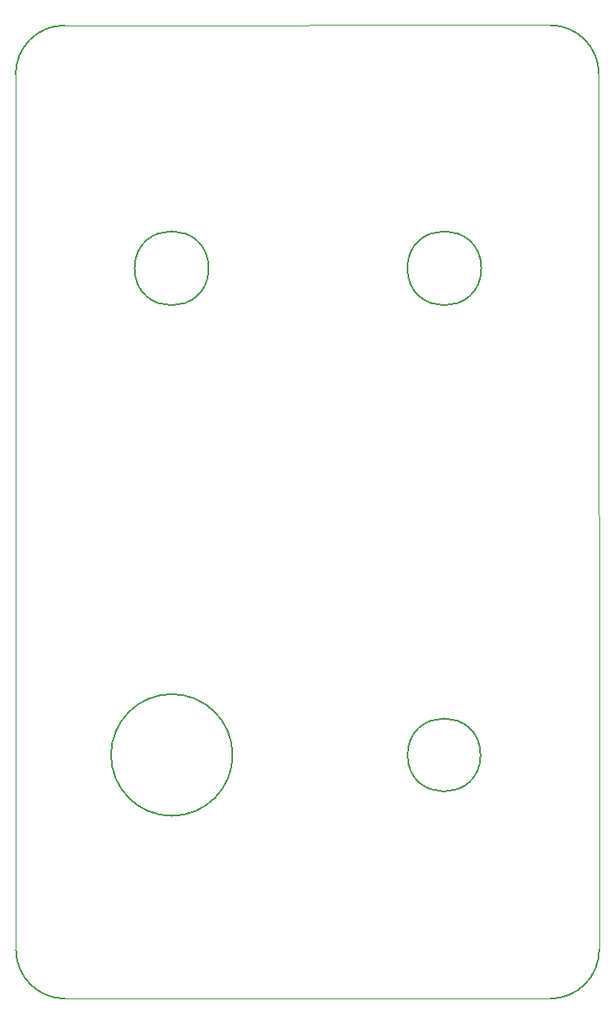
<source format=gbr>
%TF.GenerationSoftware,KiCad,Pcbnew,7.0.8*%
%TF.CreationDate,2023-11-15T13:59:47+01:00*%
%TF.ProjectId,cv-gate-rev1,63762d67-6174-4652-9d72-6576312e6b69,rev?*%
%TF.SameCoordinates,Original*%
%TF.FileFunction,Profile,NP*%
%FSLAX46Y46*%
G04 Gerber Fmt 4.6, Leading zero omitted, Abs format (unit mm)*
G04 Created by KiCad (PCBNEW 7.0.8) date 2023-11-15 13:59:47*
%MOMM*%
%LPD*%
G01*
G04 APERTURE LIST*
%TA.AperFunction,Profile*%
%ADD10C,0.150000*%
%TD*%
%TA.AperFunction,Profile*%
%ADD11C,0.200000*%
%TD*%
%TA.AperFunction,Profile*%
%ADD12C,0.100000*%
%TD*%
G04 APERTURE END LIST*
D10*
X550878128Y-139470311D02*
G75*
G03*
X550878128Y-139470311I-3800000J0D01*
G01*
D11*
X557999693Y-214471562D02*
G75*
G03*
X563000000Y-209450000I-19593J5019862D01*
G01*
D10*
X525301400Y-189450000D02*
G75*
G03*
X525301400Y-189450000I-6251400J0D01*
G01*
D11*
X562971661Y-119500307D02*
G75*
G03*
X557950000Y-114500000I-5020061J-19793D01*
G01*
D12*
X507987529Y-114522157D02*
X557950000Y-114500000D01*
D11*
X507987529Y-114522161D02*
G75*
G03*
X502987222Y-119543784I19671J-5019939D01*
G01*
X503022161Y-209462471D02*
G75*
G03*
X508043785Y-214462778I5020039J19771D01*
G01*
D10*
X522833388Y-139470311D02*
G75*
G03*
X522833388Y-139470311I-3805260J0D01*
G01*
D12*
X557999693Y-214471627D02*
X508043785Y-214462778D01*
X563000000Y-209450000D02*
X562971627Y-119500307D01*
X502987222Y-119543784D02*
X503022158Y-209462471D01*
D10*
X550800000Y-189450000D02*
G75*
G03*
X550800000Y-189450000I-3750000J0D01*
G01*
M02*

</source>
